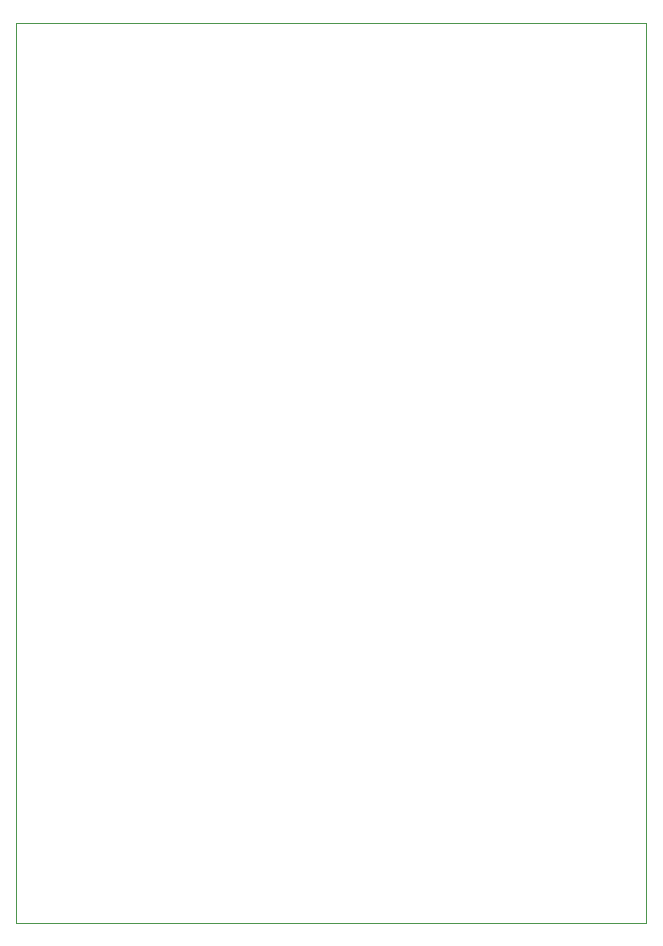
<source format=gbr>
G04 #@! TF.GenerationSoftware,KiCad,Pcbnew,(5.0.2-4-g3082e92af)*
G04 #@! TF.CreationDate,2019-02-04T02:23:37+02:00*
G04 #@! TF.ProjectId,My Piano Controller Note Module 3 (5-note_ 5V pots),4d792050-6961-46e6-9f20-436f6e74726f,rev?*
G04 #@! TF.SameCoordinates,Original*
G04 #@! TF.FileFunction,Profile,NP*
%FSLAX46Y46*%
G04 Gerber Fmt 4.6, Leading zero omitted, Abs format (unit mm)*
G04 Created by KiCad (PCBNEW (5.0.2-4-g3082e92af)) date 2019 February 04, Monday 02:23:37*
%MOMM*%
%LPD*%
G01*
G04 APERTURE LIST*
%ADD10C,0.100000*%
G04 APERTURE END LIST*
D10*
X100330000Y-118110000D02*
X153670000Y-118110000D01*
X100330000Y-41910000D02*
X100330000Y-118110000D01*
X101600000Y-41910000D02*
X100330000Y-41910000D01*
X153670000Y-41910000D02*
X153670000Y-118110000D01*
X152400000Y-41910000D02*
X153670000Y-41910000D01*
X101600000Y-41910000D02*
X152400000Y-41910000D01*
M02*

</source>
